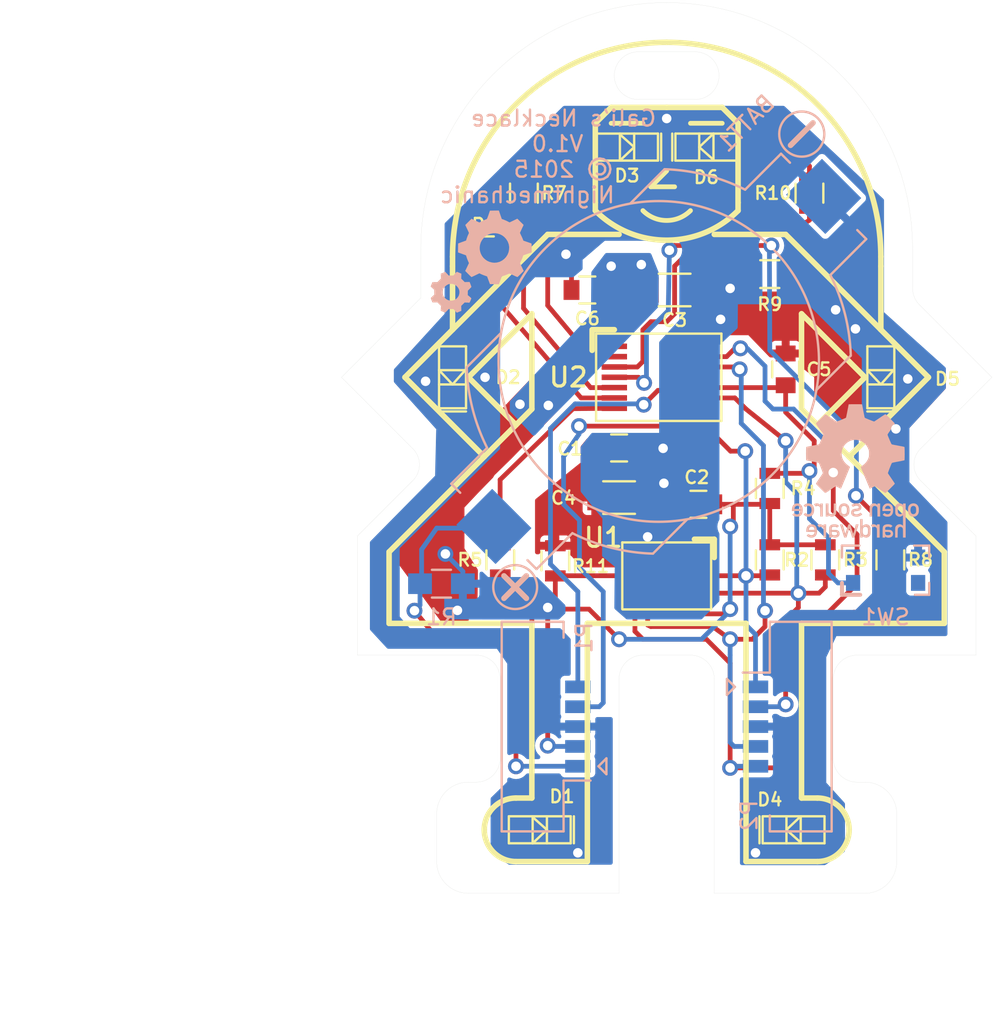
<source format=kicad_pcb>
(kicad_pcb (version 20221018) (generator pcbnew)
  (layers (0 "F.Cu" signal) (31 "B.Cu" signal) (34 "B.Paste" user) (35 "F.Paste" user) (36 "B.SilkS" user "B.Silkscreen") (37 "F.SilkS" user "F.Silkscreen") (38 "B.Mask" user) (39 "F.Mask" user) (44 "Edge.Cuts" user))
  (net 0 "")
  (net 1 "GND")
  (net 2 "+BATT")
  (net 3 "/SBWTDIO")
  (net 4 "Net-(D1-Pad1)")
  (net 5 "Net-(D2-Pad1)")
  (net 6 "Net-(D3-Pad1)")
  (net 7 "Net-(D4-Pad1)")
  (net 8 "Net-(D5-Pad1)")
  (net 9 "Net-(D6-Pad1)")
  (net 10 "/SBWTCK")
  (net 11 "/I2C_SCL")
  (net 12 "/I2C_SDA")
  (net 13 "/ACC_INT1")
  (net 14 "/ACC_INT2")
  (net 15 "Net-(SW1-Pad3)")
  (net 16 "Net-(U1-Pad10)")
  (net 17 "Net-(SW1-Pad2)")
  (net 18 "/ADC_VS")
  (net 19 "/V_BATT")
  (net 20 "/MCU_LED6")
  (net 21 "/MCU_LED5")
  (net 22 "/MCU_LED4")
  (net 23 "/MCU_LED3")
  (net 24 "/MCU_LED2")
  (net 25 "/MCU_LED1")
  (footprint "Capacitors_SMD:C_0805" (layer "F.Cu") (at 109.5 108.95)
    (fp_text reference "C1")
    (fp_text value "0.1nF" hide)
  )
  (footprint "Capacitors_SMD:C_0805" (layer "F.Cu") (at 114.5 112.5 180)
    (fp_text reference "C2")
    (fp_text value "0.1uF" hide)
  )
  (footprint "Capacitors_SMD:C_1206" (layer "F.Cu") (at 113 99)
    (fp_text reference "C3")
    (fp_text value "10uF Tant." hide)
  )
  (footprint "Capacitors_SMD:C_1206" (layer "F.Cu") (at 109.5 112.075)
    (fp_text reference "C4")
    (fp_text value "10uF Tant." hide)
  )
  (footprint "Capacitors_SMD:C_0805" (layer "F.Cu") (at 120 104 90)
    (fp_text reference "C5")
    (fp_text value "2.2nF" hide)
  )
  (footprint "Capacitors_SMD:C_0805" (layer "F.Cu") (at 107.5 99 180)
    (fp_text reference "C6")
    (fp_text value "0.1uF" hide)
  )
  (footprint "Nightmechanic_PCB:SMD_MiniLED" (layer "F.Cu") (at 104.5 133)
    (fp_text reference "D1")
    (fp_text value "LED" hide)
  )
  (footprint "Nightmechanic_PCB:SMD_MiniLED" (layer "F.Cu") (at 99 104.5 -90)
    (fp_text reference "D2")
    (fp_text value "LED" hide)
  )
  (footprint "Nightmechanic_PCB:SMD_MiniLED" (layer "F.Cu") (at 110 90)
    (fp_text reference "D3")
    (fp_text value "LED" hide)
  )
  (footprint "Nightmechanic_PCB:SMD_MiniLED" (layer "F.Cu") (at 120.5 133 180)
    (fp_text reference "D4")
    (fp_text value "LED" hide)
  )
  (footprint "Nightmechanic_PCB:SMD_MiniLED" (layer "F.Cu") (at 126 104.5 -90)
    (fp_text reference "D5")
    (fp_text value "LED" hide)
  )
  (footprint "Nightmechanic_PCB:SMD_MiniLED" (layer "F.Cu") (at 115 90 180)
    (fp_text reference "D6")
    (fp_text value "LED" hide)
  )
  (footprint "Resistors_SMD:R_0805" (layer "F.Cu") (at 119 116 -90)
    (fp_text reference "R2")
    (fp_text value "3.9k" hide)
  )
  (footprint "Resistors_SMD:R_0805" (layer "F.Cu") (at 122.5 116 -90)
    (fp_text reference "R3")
    (fp_text value "3.9k" hide)
  )
  (footprint "Resistors_SMD:R_0805" (layer "F.Cu") (at 119 111.5 90)
    (fp_text reference "R4")
    (fp_text value "47k" hide)
  )
  (footprint "Resistors_SMD:R_0805" (layer "F.Cu") (at 101 96.5 180)
    (fp_text reference "R6")
    (fp_text value "510" hide)
  )
  (footprint "Resistors_SMD:R_0805" (layer "F.Cu") (at 103.5 92.9 90)
    (fp_text reference "R7")
    (fp_text value "510" hide)
  )
  (footprint "Resistors_SMD:R_0805" (layer "F.Cu") (at 126.6 116 -90)
    (fp_text reference "R8")
    (fp_text value "510" hide)
  )
  (footprint "Resistors_SMD:R_0805" (layer "F.Cu") (at 119 98)
    (fp_text reference "R9")
    (fp_text value "510" hide)
  )
  (footprint "Resistors_SMD:R_0805" (layer "F.Cu") (at 121.5 92.9 90)
    (fp_text reference "R10")
    (fp_text value "510" hide)
  )
  (footprint "Resistors_SMD:R_0805" (layer "F.Cu") (at 105.48 116.06 -90)
    (fp_text reference "R11")
    (fp_text value "ZEROHM" hide)
  )
  (footprint "TI_PW14_TSSOP14" (layer "F.Cu") (at 112 104.5)
    (fp_text reference "U2")
    (fp_text value "MSP430G2452IPW14" hide)
  )
  (footprint "Nightmechanic_PCB:AD_LGA14" (layer "F.Cu") (at 112.5 117 -90)
    (fp_text reference "U1")
    (fp_text value "ADXL345" hide)
  )
  (footprint "Resistors_SMD:R_0805" (layer "F.Cu") (at 102.01 116 -90)
    (fp_text reference "R5")
    (fp_text value "510" hide)
  )
  (footprint "Nightmechanic_PCB:Connector_Molex_PicoBlade_53261-0571" (layer "B.Cu") (at 104 126.5 90)
    (fp_text reference "P1")
    (fp_text value "PICOBLADE_5_HDR_RA" hide)
  )
  (footprint "Connector_Molex_PicoBlade_53261-0571" (layer "B.Cu") (at 121 126.5 -90)
    (fp_text reference "P2")
    (fp_text value "PICOBLADE_5_HDR_RA" hide)
  )
  (footprint "Nightmechanic_PCB:CK_KMR2" (layer "B.Cu") (at 126.3 116.65)
    (fp_text reference "SW1")
    (fp_text value "CK_KMR2" hide)
  )
  (footprint "Nightmechanic_PCB:SMTU_2032" (layer "B.Cu") (at 112 103.5 45)
    (fp_text reference "BATT1")
    (fp_text value "CR2032_SMT_HOLDER_2pin" hide)
  )
  (footprint "Resistors_SMD:R_0805_HandSoldering" (layer "B.Cu") (at 98.3 117.5)
    (fp_text reference "R1")
    (fp_text value "ZEROHM" hide)
  )
  (footprint "Logos:Gears_F.SilkS_8mm" (layer "B.Cu") (at 100.8 97.2 -90)
    (fp_text reference "VAL" hide)
    (fp_text value "REF" hide)
  )
  (footprint "Logos:OSHW_F.SilkS_8mm" (layer "B.Cu") (at 124.4 110.4 180)
    (fp_text reference "VAL" hide)
    (fp_text value "REF" hide)
  )
  (gr_line (start 95 120) (end 95 115.5) (stroke (width 0.35)) (layer "F.SilkS"))
  (gr_arc (start 103 135) (mid 101.585786 134.414214) (end 101 133) (stroke (width 0.35)) (layer "F.SilkS"))
  (gr_line (start 130 120) (end 130 115.5) (stroke (width 0.35)) (layer "F.SilkS"))
  (gr_line (start 116 88.5) (end 114 88.5) (stroke (width 0.3)) (layer "F.SilkS"))
  (gr_line (start 99 96.9) (end 99 97.5) (stroke (width 0.35)) (layer "F.SilkS"))
  (gr_line (start 124 109.5) (end 129 104.5) (stroke (width 0.35)) (layer "F.SilkS"))
  (gr_line (start 104 106.5) (end 104 100.5) (stroke (width 0.35)) (layer "F.SilkS"))
  (gr_line (start 126 96.9) (end 126 97.5) (stroke (width 0.35)) (layer "F.SilkS"))
  (gr_line (start 130 115.5) (end 121 106.5) (stroke (width 0.35)) (layer "F.SilkS"))
  (gr_line (start 117 93.5) (end 117 94) (stroke (width 0.35)) (layer "F.SilkS"))
  (gr_line (start 120 95.5) (end 115.5 95.5) (stroke (width 0.35)) (layer "F.SilkS"))
  (gr_line (start 111.5 92.5) (end 113 92.5) (stroke (width 0.3)) (layer "F.SilkS"))
  (gr_arc (start 99 96.9) (mid 102.954058 87.354058) (end 112.5 83.4) (stroke (width 0.35)) (layer "F.SilkS"))
  (gr_line (start 103 131) (end 104 131) (stroke (width 0.35)) (layer "F.SilkS"))
  (gr_line (start 108 93.5) (end 108 94) (stroke (width 0.35)) (layer "F.SilkS"))
  (gr_line (start 117.5 135) (end 117.5 120) (stroke (width 0.35)) (layer "F.SilkS"))
  (gr_line (start 108 88.5) (end 108 93.5) (stroke (width 0.35)) (layer "F.SilkS"))
  (gr_line (start 125 104.5) (end 122 107.5) (stroke (width 0.35)) (layer "F.SilkS"))
  (gr_line (start 104 131) (end 104 120) (stroke (width 0.35)) (layer "F.SilkS"))
  (gr_line (start 105 95.5) (end 109.5 95.5) (stroke (width 0.35)) (layer "F.SilkS"))
  (gr_line (start 107.5 135) (end 103 135) (stroke (width 0.35)) (layer "F.SilkS"))
  (gr_line (start 129 104.5) (end 120 95.5) (stroke (width 0.35)) (layer "F.SilkS"))
  (gr_line (start 116 87.5) (end 117 88.5) (stroke (width 0.35)) (layer "F.SilkS"))
  (gr_line (start 101 109.5) (end 96 104.5) (stroke (width 0.35)) (layer "F.SilkS"))
  (gr_line (start 112.5 87.5) (end 109 87.5) (stroke (width 0.35)) (layer "F.SilkS"))
  (gr_line (start 117 88.5) (end 117 93.5) (stroke (width 0.35)) (layer "F.SilkS"))
  (gr_line (start 122 135) (end 117.5 135) (stroke (width 0.35)) (layer "F.SilkS"))
  (gr_line (start 121 120) (end 121 131) (stroke (width 0.35)) (layer "F.SilkS"))
  (gr_line (start 112.5 87.5) (end 116 87.5) (stroke (width 0.35)) (layer "F.SilkS"))
  (gr_line (start 121 100.5) (end 125 104.5) (stroke (width 0.35)) (layer "F.SilkS"))
  (gr_line (start 100 104.5) (end 103 107.5) (stroke (width 0.35)) (layer "F.SilkS"))
  (gr_line (start 104 120) (end 95 120) (stroke (width 0.35)) (layer "F.SilkS"))
  (gr_line (start 121 131) (end 122 131) (stroke (width 0.35)) (layer "F.SilkS"))
  (gr_line (start 96 104.5) (end 105 95.5) (stroke (width 0.35)) (layer "F.SilkS"))
  (gr_line (start 109 88.5) (end 111 88.5) (stroke (width 0.3)) (layer "F.SilkS"))
  (gr_line (start 99 101.5) (end 99 97.5) (stroke (width 0.35)) (layer "F.SilkS"))
  (gr_line (start 126 101.5) (end 126 97.5) (stroke (width 0.35)) (layer "F.SilkS"))
  (gr_line (start 95 115.5) (end 104 106.5) (stroke (width 0.35)) (layer "F.SilkS"))
  (gr_arc (start 101 133) (mid 101.585786 131.585786) (end 103 131) (stroke (width 0.35)) (layer "F.SilkS"))
  (gr_line (start 121 106.5) (end 121 100.5) (stroke (width 0.35)) (layer "F.SilkS"))
  (gr_line (start 117.5 120) (end 107.5 120) (stroke (width 0.35)) (layer "F.SilkS"))
  (gr_arc (start 124 133) (mid 123.414214 134.414214) (end 122 135) (stroke (width 0.35)) (layer "F.SilkS"))
  (gr_line (start 109 87.5) (end 108 88.5) (stroke (width 0.35)) (layer "F.SilkS"))
  (gr_arc (start 122 131) (mid 123.414214 131.585786) (end 124 133) (stroke (width 0.35)) (layer "F.SilkS"))
  (gr_arc (start 114 94) (mid 112.5 94.62132) (end 111 94) (stroke (width 0.3)) (layer "F.SilkS"))
  (gr_line (start 107.5 120) (end 107.5 135) (stroke (width 0.35)) (layer "F.SilkS"))
  (gr_arc (start 117 94) (mid 112.5 95.863961) (end 108 94) (stroke (width 0.35)) (layer "F.SilkS"))
  (gr_line (start 104 100.5) (end 100 104.5) (stroke (width 0.35)) (layer "F.SilkS"))
  (gr_arc (start 112.5 83.4) (mid 122.045942 87.354058) (end 126 96.9) (stroke (width 0.35)) (layer "F.SilkS"))
  (gr_line (start 130 120) (end 121 120) (stroke (width 0.35)) (layer "F.SilkS"))
  (gr_line (start 112.5 91.5) (end 111.5 92.5) (stroke (width 0.3)) (layer "F.SilkS"))
  (gr_line (start 128.43 99.93) (end 133 104.5) (stroke (width 0.01)) (layer "Edge.Cuts"))
  (gr_line (start 128 97) (end 128 98.88) (stroke (width 0.01)) (layer "Edge.Cuts"))
  (gr_line (start 97 97) (end 97 99.5) (stroke (width 0.01)) (layer "Edge.Cuts"))
  (gr_line (start 92 104.5) (end 97 99.5) (stroke (width 0.01)) (layer "Edge.Cuts"))
  (gr_arc (start 128.430124 99.931364) (mid 128.111689 99.447973) (end 128 98.88) (stroke (width 0.01)) (layer "Edge.Cuts"))
  (gr_arc (start 125 130) (mid 126.414214 130.585786) (end 127 132) (stroke (width 0.01)) (layer "Edge.Cuts"))
  (gr_line (start 127 135) (end 127 132) (stroke (width 0.01)) (layer "Edge.Cuts"))
  (gr_line (start 93 122) (end 93 115.5) (stroke (width 0.01)) (layer "Edge.Cuts"))
  (gr_line (start 97 96.9) (end 97 97) (stroke (width 0.01)) (layer "Edge.Cuts"))
  (gr_line (start 125 130) (end 124.5 130) (stroke (width 0.01)) (layer "Edge.Cuts"))
  (gr_arc (start 128.5 111) (mid 128.085786 110) (end 128.5 109) (stroke (width 0.01)) (layer "Edge.Cuts"))
  (gr_arc (start 115.8 85.5) (mid 115.36066 86.56066) (end 114.3 87) (stroke (width 0.01)) (layer "Edge.Cuts"))
  (gr_arc (start 96.5 109) (mid 96.914214 110) (end 96.5 111) (stroke (width 0.01)) (layer "Edge.Cuts"))
  (gr_line (start 114.3 84) (end 110.7 84) (stroke (width 0.01)) (layer "Edge.Cuts"))
  (gr_arc (start 109.5 123.5) (mid 109.93934 122.43934) (end 111 122) (stroke (width 0.01)) (layer "Edge.Cuts"))
  (gr_line (start 97 96.4) (end 97 96.9) (stroke (width 0.01)) (layer "Edge.Cuts"))
  (gr_arc (start 123 123.5) (mid 123.43934 122.43934) (end 124.5 122) (stroke (width 0.01)) (layer "Edge.Cuts"))
  (gr_line (start 102.5 137) (end 100 137) (stroke (width 0.01)) (layer "Edge.Cuts"))
  (gr_line (start 115.5 137) (end 125 137) (stroke (width 0.01)) (layer "Edge.Cuts"))
  (gr_arc (start 102 128.5) (mid 101.56066 129.56066) (end 100.5 130) (stroke (width 0.01)) (layer "Edge.Cuts"))
  (gr_arc (start 109.2 85.5) (mid 109.63934 84.43934) (end 110.7 84) (stroke (width 0.01)) (layer "Edge.Cuts"))
  (gr_line (start 128.5 111) (end 132 114.5) (stroke (width 0.01)) (layer "Edge.Cuts"))
  (gr_line (start 93 114.5) (end 93 115.5) (stroke (width 0.01)) (layer "Edge.Cuts"))
  (gr_arc (start 124.5 130) (mid 123.43934 129.56066) (end 123 128.5) (stroke (width 0.01)) (layer "Edge.Cuts"))
  (gr_line (start 100.5 122) (end 93 122) (stroke (width 0.01)) (layer "Edge.Cuts"))
  (gr_arc (start 100 137) (mid 98.585786 136.414214) (end 98 135) (stroke (width 0.01)) (layer "Edge.Cuts"))
  (gr_line (start 111 122) (end 114 122) (stroke (width 0.01)) (layer "Edge.Cuts"))
  (gr_line (start 96.5 109) (end 92 104.5) (stroke (width 0.01)) (layer "Edge.Cuts"))
  (gr_line (start 102 128.5) (end 102 123.5) (stroke (width 0.01)) (layer "Edge.Cuts"))
  (gr_arc (start 110.7 87) (mid 109.63934 86.56066) (end 109.2 85.5) (stroke (width 0.01)) (layer "Edge.Cuts"))
  (gr_arc (start 100.5 122) (mid 101.56066 122.43934) (end 102 123.5) (stroke (width 0.01)) (layer "Edge.Cuts"))
  (gr_arc (start 114 122) (mid 115.06066 122.43934) (end 115.5 123.5) (stroke (width 0.01)) (layer "Edge.Cuts"))
  (gr_arc (start 112.5 80.9) (mid 123.460155 85.439845) (end 128 96.4) (stroke (width 0.01)) (layer "Edge.Cuts"))
  (gr_line (start 128.5 109) (end 133 104.5) (stroke (width 0.01)) (layer "Edge.Cuts"))
  (gr_arc (start 127 135) (mid 126.414214 136.414214) (end 125 137) (stroke (width 0.01)) (layer "Edge.Cuts"))
  (gr_line (start 123 128.5) (end 123 123.5) (stroke (width 0.01)) (layer "Edge.Cuts"))
  (gr_line (start 109.5 123.5) (end 109.5 137) (stroke (width 0.01)) (layer "Edge.Cuts"))
  (gr_arc (start 98 132) (mid 98.585786 130.585786) (end 100 130) (stroke (width 0.01)) (layer "Edge.Cuts"))
  (gr_line (start 115.5 123.5) (end 115.5 137) (stroke (width 0.01)) (layer "Edge.Cuts"))
  (gr_line (start 100.5 130) (end 100 130) (stroke (width 0.01)) (layer "Edge.Cuts"))
  (gr_line (start 98 132) (end 98 135) (stroke (width 0.01)) (layer "Edge.Cuts"))
  (gr_line (start 132 122) (end 124.5 122) (stroke (width 0.01)) (layer "Edge.Cuts"))
  (gr_line (start 109.5 137) (end 102.5 137) (stroke (width 0.01)) (layer "Edge.Cuts"))
  (gr_line (start 128 96.4) (end 128 97) (stroke (width 0.01)) (layer "Edge.Cuts"))
  (gr_line (start 114.3 87) (end 110.7 87) (stroke (width 0.01)) (layer "Edge.Cuts"))
  (gr_line (start 96.5 111) (end 93 114.5) (stroke (width 0.01)) (layer "Edge.Cuts"))
  (gr_arc (start 97 96.4) (mid 101.539845 85.439845) (end 112.5 80.9) (stroke (width 0.01)) (layer "Edge.Cuts"))
  (gr_line (start 132 114.5) (end 132 122) (stroke (width 0.01)) (layer "Edge.Cuts"))
  (gr_arc (start 114.3 84) (mid 115.36066 84.43934) (end 115.8 85.5) (stroke (width 0.01)) (layer "Edge.Cuts"))
  (gr_text "Gali's Necklace\n V1.0\n© 2015\n      Nightmechanic" (at 106 90.6) (layer "B.SilkS") (effects (font (size 1 1)) (justify mirror)))
  (segment (start 110.5 110.5) (end 111 111) (width 0.3) (layer "F.Cu") (net 1))
  (segment (start 111 111) (end 111 112.075) (width 0.3) (layer "F.Cu") (net 1))
  (segment (start 114.8 99.3) (end 114.5 99) (width 0.3) (layer "F.Cu") (net 1))
  (segment (start 113.7 114.2) (end 113.5 114) (width 0.3) (layer "F.Cu") (net 1))
  (segment (start 113.5 114) (end 113.5 112.5) (width 0.3) (layer "F.Cu") (net 1))
  (segment (start 112.9 117) (end 112 117) (width 0.3) (layer "F.Cu") (net 1))
  (segment (start 112 117) (end 111.7 117) (width 0.3) (layer "F.Cu") (net 1))
  (segment (start 111.7 117) (end 111.7 115.9025) (width 0.3) (layer "F.Cu") (net 1))
  (segment (start 111.7 115.9025) (end 111.7 116) (width 0.3) (layer "F.Cu") (net 1))
  (segment (start 111.7 116) (end 111.7 115.9025) (width 0.3) (layer "F.Cu") (net 1))
  (segment (start 111.7 115.9025) (end 112.1 115.9025) (width 0.3) (layer "F.Cu") (net 1))
  (segment (start 112.5 90) (end 113.8 90) (width 0.3) (layer "F.Cu") (net 1))
  (segment (start 116.4 99) (end 116.5 98.9) (width 0.3) (layer "F.Cu") (net 1))
  (segment (start 127 105.7) (end 127.7 105) (width 0.3) (layer "F.Cu") (net 1))
  (segment (start 127.7 105) (end 127.7 104.6) (width 0.3) (layer "F.Cu") (net 1))
  (segment (start 120 101.8) (end 121.55 100.25) (width 0.3) (layer "F.Cu") (net 1))
  (segment (start 121.55 100.25) (end 123.15 100.25) (width 0.3) (layer "F.Cu") (net 1))
  (segment (start 106.5 97.1) (end 106.15 96.75) (width 0.3) (layer "F.Cu") (net 1))
  (segment (start 97.9 105.7) (end 97.3 105.1) (width 0.3) (layer "F.Cu") (net 1))
  (segment (start 97.3 105.1) (end 97.3 104.75) (width 0.3) (layer "F.Cu") (net 1))
  (segment (start 126 106.8) (end 126.95 107.75) (width 0.3) (layer "F.Cu") (net 1))
  (segment (start 119.3 134.1) (end 118.95 134.45) (width 0.3) (layer "F.Cu") (net 1))
  (segment (start 118.95 134.45) (end 118.1 134.45) (width 0.3) (layer "F.Cu") (net 1))
  (segment (start 105.7 134.1) (end 106.05 134.45) (width 0.3) (layer "F.Cu") (net 1))
  (segment (start 106.9 134.45) (end 106.05 134.45) (width 0.3) (layer "F.Cu") (net 1))
  (segment (start 112.325 111.175) (end 112.35 111.2) (width 0.3) (layer "F.Cu") (net 1))
  (segment (start 112.35 111.2) (end 113.6 111.275) (width 0.3) (layer "F.Cu") (net 1))
  (segment (start 113.6 111.275) (end 113.5 111.2) (width 0.3) (layer "F.Cu") (net 1))
  (segment (start 113.5 111.2) (end 113.5 112.5) (width 0.3) (layer "F.Cu") (net 1))
  (segment (start 112.25 108.95) (end 112.275 108.975) (width 0.3) (layer "F.Cu") (net 1))
  (segment (start 99.025 105.725) (end 99 105.7) (width 0.3) (layer "F.Cu") (net 1))
  (segment (start 99.85 105.7) (end 101.05 104.5) (width 0.3) (layer "F.Cu") (net 1))
  (segment (start 114.8 100.825) (end 114.8 99.3) (width 0.3) (layer "F.Cu") (net 1))
  (segment (start 115.875 100.825) (end 115.9 100.85) (width 0.3) (layer "F.Cu") (net 1))
  (segment (start 105.7 134.1) (end 105.7 133) (width 0.3) (layer "F.Cu") (net 1))
  (segment (start 120 103) (end 120 101.8) (width 0.3) (layer "F.Cu") (net 1))
  (segment (start 113.7 115.9025) (end 113.7 114.2) (width 0.3) (layer "F.Cu") (net 1))
  (segment (start 99 105.7) (end 97.9 105.7) (width 0.3) (layer "F.Cu") (net 1))
  (segment (start 111.3 115.9025) (end 111.7 115.9025) (width 0.3) (layer "F.Cu") (net 1))
  (segment (start 111.3 115.9025) (end 111.3 114.55) (width 0.3) (layer "F.Cu") (net 1))
  (segment (start 112.5 90) (end 112.5 88.2) (width 0.3) (layer "F.Cu") (net 1))
  (segment (start 110.5 108.95) (end 110.5 110.5) (width 0.3) (layer "F.Cu") (net 1))
  (segment (start 119.3 133) (end 119.3 134.1) (width 0.3) (layer "F.Cu") (net 1))
  (segment (start 112.9 118.0975) (end 112.9 117) (width 0.3) (layer "F.Cu") (net 1))
  (segment (start 114.8 100.825) (end 115.875 100.825) (width 0.3) (layer "F.Cu") (net 1))
  (segment (start 99 105.7) (end 99.85 105.7) (width 0.3) (layer "F.Cu") (net 1))
  (segment (start 114.8 102.55) (end 114.8 100.825) (width 0.3) (layer "F.Cu") (net 1))
  (segment (start 114.5 99) (end 116.4 99) (width 0.3) (layer "F.Cu") (net 1))
  (segment (start 111.2 90) (end 112.5 90) (width 0.3) (layer "F.Cu") (net 1))
  (segment (start 126 105.7) (end 126 106.8) (width 0.3) (layer "F.Cu") (net 1))
  (segment (start 110.5 108.95) (end 112.25 108.95) (width 0.3) (layer "F.Cu") (net 1))
  (segment (start 126 105.7) (end 127 105.7) (width 0.3) (layer "F.Cu") (net 1))
  (segment (start 106.5 99) (end 106.5 97.1) (width 0.3) (layer "F.Cu") (net 1))
  (via (at 126.95 107.75) (size 1) (drill 0.6) (layers "F.Cu" "B.Cu") (net 1))
  (via (at 116.5 98.9) (size 1) (drill 0.6) (layers "F.Cu" "B.Cu") (net 1))
  (via (at 124.4 101.45) (size 1) (drill 0.6) (layers "F.Cu" "B.Cu") (net 1))
  (via (at 112.275 108.975) (size 1) (drill 0.6) (layers "F.Cu" "B.Cu") (net 1))
  (via (at 112.5 88.2) (size 1) (drill 0.6) (layers "F.Cu" "B.Cu") (net 1))
  (via (at 97.3 104.75) (size 1) (drill 0.6) (layers "F.Cu" "B.Cu") (net 1))
  (via (at 118.1 134.45) (size 1) (drill 0.6) (layers "F.Cu" "B.Cu") (net 1))
  (via (at 106.9 134.45) (size 1) (drill 0.6) (layers "F.Cu" "B.Cu") (net 1))
  (via (at 111.3 114.55) (size 1) (drill 0.6) (layers "F.Cu" "B.Cu") (net 1))
  (via (at 127.7 104.6) (size 1) (drill 0.6) (layers "F.Cu" "B.Cu") (net 1))
  (via (at 123.15 100.25) (size 1) (drill 0.6) (layers "F.Cu" "B.Cu") (net 1))
  (via (at 101.05 104.5) (size 1) (drill 0.6) (layers "F.Cu" "B.Cu") (net 1))
  (via (at 106.15 96.75) (size 1) (drill 0.6) (layers "F.Cu" "B.Cu") (net 1))
  (via (at 115.9 100.85) (size 1) (drill 0.6) (layers "F.Cu" "B.Cu") (net 1))
  (via (at 112.325 111.175) (size 1) (drill 0.6) (layers "F.Cu" "B.Cu") (net 1))
  (segment (start 111.3 114.55) (end 112.325 113.525) (width 0.3) (layer "B.Cu") (net 1))
  (segment (start 112.325 113.525) (end 112.325 111.175) (width 0.3) (layer "B.Cu") (net 1))
  (segment (start 123.2 100.25) (end 124.4 101.45) (width 0.3) (layer "B.Cu") (net 1))
  (segment (start 123.15 100.25) (end 123.2 100.25) (width 0.3) (layer "B.Cu") (net 1))
  (segment (start 105 127.7) (end 105 119) (width 0.3) (layer "F.Cu") (net 2))
  (segment (start 105 119) (end 105.478015 118.577753) (width 0.3) (layer "F.Cu") (net 2))
  (segment (start 105.478015 118.577753) (end 105.48 117.01) (width 0.3) (layer "F.Cu") (net 2))
  (segment (start 109.2 99.7) (end 108.5 99) (width 0.3) (layer "F.Cu") (net 2))
  (segment (start 110 99) (end 109.5 99.5) (width 0.3) (layer "F.Cu") (net 2))
  (segment (start 109 99.5) (end 108.5 99) (width 0.3) (layer "F.Cu") (net 2))
  (segment (start 118.95 112.5) (end 119 112.55) (width 0.3) (layer "F.Cu") (net 2))
  (segment (start 119 112.55) (end 119 115.05) (width 0.3) (layer "F.Cu") (net 2))
  (segment (start 114.5 114.5) (end 115.5 113.5) (width 0.3) (layer "F.Cu") (net 2))
  (segment (start 115.5 113.5) (end 115.5 112.5) (width 0.3) (layer "F.Cu") (net 2))
  (segment (start 113.7 119.3) (end 113.799998 119.399998) (width 0.3) (layer "F.Cu") (net 2))
  (segment (start 113.799998 119.399998) (end 116.200002 119.399998) (width 0.3) (layer "F.Cu") (net 2))
  (segment (start 116.200002 119.399998) (end 116.5 119.1) (width 0.3) (layer "F.Cu") (net 2))
  (segment (start 116.5 113.9) (end 116.7 113.7) (width 0.3) (layer "F.Cu") (net 2))
  (segment (start 116.7 113.7) (end 116.7 112.5) (width 0.3) (layer "F.Cu") (net 2))
  (segment (start 116.7 112.5) (end 118.95 112.5) (width 0.3) (layer "F.Cu") (net 2))
  (segment (start 109.5 121) (end 107.6 119.1) (width 0.3) (layer "F.Cu") (net 2))
  (segment (start 107.6 119.1) (end 105.1 119.1) (width 0.3) (layer "F.Cu") (net 2))
  (segment (start 105.1 119.1) (end 105 119) (width 0.3) (layer "F.Cu") (net 2))
  (segment (start 108.5 98) (end 109 97.5) (width 0.3) (layer "F.Cu") (net 2))
  (segment (start 111.5 98) (end 110.9 97.4) (width 0.3) (layer "F.Cu") (net 2))
  (segment (start 98.55 115.625) (end 98.3 115.875) (width 0.3) (layer "F.Cu") (net 2))
  (segment (start 98.3 115.875) (end 98.305 115.875) (width 0.3) (layer "F.Cu") (net 2))
  (segment (start 98.305 115.875) (end 98.58 115.6) (width 0.3) (layer "F.Cu") (net 2))
  (segment (start 103.25 106.2) (end 103.32 106.27) (width 0.3) (layer "F.Cu") (net 2))
  (segment (start 103.32 106.27) (end 105.04 106.27) (width 0.3) (layer "F.Cu") (net 2))
  (segment (start 105.49 117) (end 105.48 117.01) (width 0.3) (layer "F.Cu") (net 2))
  (segment (start 110 99) (end 111.5 99) (width 0.3) (layer "F.Cu") (net 2))
  (segment (start 115.5 112.5) (end 116.7 112.5) (width 0.3) (layer "F.Cu") (net 2))
  (segment (start 114.5 115.9025) (end 114.5 114.5) (width 0.3) (layer "F.Cu") (net 2))
  (segment (start 109.2 102.55) (end 109.2 99.7) (width 0.3) (layer "F.Cu") (net 2))
  (segment (start 122.5 115.05) (end 119 115.05) (width 0.3) (layer "F.Cu") (net 2))
  (segment (start 110.4 117) (end 105.49 117) (width 0.3) (layer "F.Cu") (net 2))
  (segment (start 109 99.5) (end 109.5 99.5) (width 0.3) (layer "F.Cu") (net 2))
  (segment (start 113.7 118.0975) (end 113.7 119.3) (width 0.3) (layer "F.Cu") (net 2))
  (segment (start 111.5 99) (end 111.5 98) (width 0.3) (layer "F.Cu") (net 2))
  (segment (start 108.5 99) (end 108.5 98) (width 0.3) (layer "F.Cu") (net 2))
  (via (at 116.5 113.9) (size 1) (drill 0.6) (layers "F.Cu" "B.Cu") (net 2))
  (via (at 105 127.7) (size 1) (drill 0.6) (layers "F.Cu" "B.Cu") (net 2))
  (via (at 105 119) (size 1) (drill 0.6) (layers "F.Cu" "B.Cu") (net 2))
  (via (at 110.9 97.4) (size 1) (drill 0.6) (layers "F.Cu" "B.Cu") (net 2))
  (via (at 105.04 106.27) (size 1) (drill 0.6) (layers "F.Cu" "B.Cu") (net 2))
  (via (at 109.5 121) (size 1) (drill 0.6) (layers "F.Cu" "B.Cu") (net 2))
  (via (at 103.25 106.2) (size 1) (drill 0.6) (layers "F.Cu" "B.Cu") (net 2))
  (via (at 98.55 115.625) (size 1) (drill 0.6) (layers "F.Cu" "B.Cu") (net 2))
  (via (at 99.31 119.18) (size 1) (drill 0.6) (layers "F.Cu" "B.Cu") (net 2))
  (via (at 109 97.5) (size 1) (drill 0.6) (layers "F.Cu" "B.Cu") (net 2))
  (via (at 116.5 119.1) (size 1) (drill 0.6) (layers "F.Cu" "B.Cu") (net 2))
  (segment (start 105.25 127.95) (end 105 127.7) (width 0.3) (layer "B.Cu") (net 2))
  (segment (start 104 117.5) (end 105 118.5) (width 0.3) (layer "B.Cu") (net 2))
  (segment (start 105 118.5) (end 105 119) (width 0.3) (layer "B.Cu") (net 2))
  (segment (start 105.05 127.75) (end 105 127.7) (width 0.3) (layer "B.Cu") (net 2))
  (segment (start 116.5 119.1) (end 116.5 113.9) (width 0.3) (layer "B.Cu") (net 2))
  (segment (start 116.5 119.2) (end 114.7 121) (width 0.3) (layer "B.Cu") (net 2))
  (segment (start 114.7 121) (end 109.5 121) (width 0.3) (layer "B.Cu") (net 2))
  (segment (start 99.65 116.725) (end 98.55 115.625) (width 0.3) (layer "B.Cu") (net 2))
  (segment (start 99.65 118.84) (end 99.31 119.18) (width 0.3) (layer "B.Cu") (net 2))
  (segment (start 109 100.2) (end 103.25 105.95) (width 0.3) (layer "B.Cu") (net 2))
  (segment (start 103.25 105.95) (end 103.25 106.2) (width 0.3) (layer "B.Cu") (net 2))
  (segment (start 99.65 117.5) (end 99.65 116.725) (width 0.3) (layer "B.Cu") (net 2))
  (segment (start 99.35 117.5) (end 104 117.5) (width 0.3) (layer "B.Cu") (net 2))
  (segment (start 109 97.5) (end 109 100.2) (width 0.3) (layer "B.Cu") (net 2))
  (segment (start 99.65 117.5) (end 99.65 118.84) (width 0.3) (layer "B.Cu") (net 2))
  (segment (start 106.9 127.75) (end 105.05 127.75) (width 0.3) (layer "B.Cu") (net 2))
  (segment (start 116.5 119.1) (end 116.5 119.2) (width 0.3) (layer "B.Cu") (net 2))
  (segment (start 106.975 107.575) (end 112.475 107.575) (width 0.3) (layer "F.Cu") (net 3))
  (segment (start 112.475 107.575) (end 113 107) (width 0.3) (layer "F.Cu") (net 3))
  (segment (start 113 107) (end 113 106) (width 0.3) (layer "F.Cu") (net 3))
  (segment (start 113 106) (end 113.5 105.15) (width 0.3) (layer "F.Cu") (net 3))
  (segment (start 113.5 105.15) (end 114.8 105.15) (width 0.3) (layer "F.Cu") (net 3))
  (segment (start 119.85 105.15) (end 120 105) (width 0.3) (layer "F.Cu") (net 3))
  (segment (start 113 107) (end 113 107) (width 0.3) (layer "F.Cu") (net 3))
  (segment (start 121.45 110.55) (end 121.5 110.5) (width 0.3) (layer "F.Cu") (net 3))
  (segment (start 121.8 110.2) (end 121.8 108.5) (width 0.3) (layer "F.Cu") (net 3))
  (segment (start 121.8 108.5) (end 120 106.7) (width 0.3) (layer "F.Cu") (net 3))
  (segment (start 120 106.7) (end 120 105) (width 0.3) (layer "F.Cu") (net 3))
  (segment (start 121.5 110.4) (end 121.55 110.45) (width 0.3) (layer "F.Cu") (net 3))
  (segment (start 121.55 110.45) (end 121.5 110.4) (width 0.3) (layer "F.Cu") (net 3))
  (segment (start 121.5 110.4) (end 121.5 110.5) (width 0.3) (layer "F.Cu") (net 3))
  (segment (start 121.5 110.5) (end 121.8 110.2) (width 0.3) (layer "F.Cu") (net 3))
  (segment (start 114.8 105.15) (end 119.85 105.15) (width 0.3) (layer "F.Cu") (net 3))
  (segment (start 119 110.55) (end 121.45 110.55) (width 0.3) (layer "F.Cu") (net 3))
  (via (at 106.975 107.575) (size 1) (drill 0.6) (layers "F.Cu" "B.Cu") (net 3))
  (via (at 121.5 110.4) (size 1) (drill 0.6) (layers "F.Cu" "B.Cu") (net 3))
  (segment (start 108.25 125.25) (end 108.5 125) (width 0.3) (layer "B.Cu") (net 3))
  (segment (start 108.5 125) (end 108.5 118) (width 0.3) (layer "B.Cu") (net 3))
  (segment (start 108.5 118) (end 107 116.5) (width 0.3) (layer "B.Cu") (net 3))
  (segment (start 107 116.5) (end 107 113.5) (width 0.3) (layer "B.Cu") (net 3))
  (segment (start 107 113.5) (end 106 112.5) (width 0.3) (layer "B.Cu") (net 3))
  (segment (start 106 112.5) (end 106 109.5) (width 0.3) (layer "B.Cu") (net 3))
  (segment (start 106 109.5) (end 106.975 108.075) (width 0.3) (layer "B.Cu") (net 3))
  (segment (start 106.975 108.075) (end 106.975 107.575) (width 0.3) (layer "B.Cu") (net 3))
  (segment (start 121.79 113.69) (end 121.5 113.4) (width 0.3) (layer "B.Cu") (net 3))
  (segment (start 121.5 113.4) (end 121.5 110.4) (width 0.3) (layer "B.Cu") (net 3))
  (segment (start 123.3 117.45) (end 122.7 116.85) (width 0.3) (layer "B.Cu") (net 3))
  (segment (start 122.7 116.85) (end 122.7 114.6) (width 0.3) (layer "B.Cu") (net 3))
  (segment (start 122.7 114.6) (end 121.79 113.69) (width 0.3) (layer "B.Cu") (net 3))
  (segment (start 106.9 125.25) (end 108.25 125.25) (width 0.3) (layer "B.Cu") (net 3))
  (segment (start 124.25 117.45) (end 123.3 117.45) (width 0.3) (layer "B.Cu") (net 3))
  (segment (start 103.3 131.2) (end 104 130.5) (width 0.3) (layer "F.Cu") (net 4))
  (segment (start 104 130.5) (end 104 121.025) (width 0.3) (layer "F.Cu") (net 4))
  (segment (start 104 121.025) (end 104 121) (width 0.3) (layer "F.Cu") (net 4))
  (segment (start 104 119.15) (end 103.455 118.555) (width 0.3) (layer "F.Cu") (net 4))
  (segment (start 103.455 118.555) (end 102.755 118.555) (width 0.3) (layer "F.Cu") (net 4))
  (segment (start 102.265 118.555) (end 102 118.29) (width 0.3) (layer "F.Cu") (net 4))
  (segment (start 102 118.29) (end 102.01 116.95) (width 0.3) (layer "F.Cu") (net 4))
  (segment (start 104 121.025) (end 104 119.15) (width 0.3) (layer "F.Cu") (net 4))
  (segment (start 103.3 133) (end 103.3 131.2) (width 0.3) (layer "F.Cu") (net 4))
  (segment (start 102.755 118.555) (end 102.265 118.555) (width 0.3) (layer "F.Cu") (net 4))
  (segment (start 100.05 100.45) (end 99 101.5) (width 0.3) (layer "F.Cu") (net 5))
  (segment (start 99 101.5) (end 99 103.3) (width 0.3) (layer "F.Cu") (net 5))
  (segment (start 100.05 96.5) (end 100.05 100.45) (width 0.3) (layer "F.Cu") (net 5))
  (segment (start 104.6 90) (end 103.5 91.1) (width 0.3) (layer "F.Cu") (net 6))
  (segment (start 103.5 91.1) (end 103.5 91.95) (width 0.3) (layer "F.Cu") (net 6))
  (segment (start 108.8 90) (end 104.6 90) (width 0.3) (layer "F.Cu") (net 6))
  (segment (start 121.7 129.6) (end 122 129.3) (width 0.3) (layer "F.Cu") (net 7))
  (segment (start 122 129.3) (end 122 121.6) (width 0.3) (layer "F.Cu") (net 7))
  (segment (start 122 121.6) (end 124.3 119.3) (width 0.3) (layer "F.Cu") (net 7))
  (segment (start 124.3 119.3) (end 125.8 119.3) (width 0.3) (layer "F.Cu") (net 7))
  (segment (start 125.8 119.3) (end 126.6 118.5) (width 0.3) (layer "F.Cu") (net 7))
  (segment (start 126.6 118.5) (end 126.6 116.95) (width 0.3) (layer "F.Cu") (net 7))
  (segment (start 121.7 133) (end 121.7 129.6) (width 0.3) (layer "F.Cu") (net 7))
  (segment (start 122.6 98) (end 126 101.4) (width 0.3) (layer "F.Cu") (net 8))
  (segment (start 126 101.4) (end 126 103.3) (width 0.3) (layer "F.Cu") (net 8))
  (segment (start 119.95 98) (end 122.6 98) (width 0.3) (layer "F.Cu") (net 8))
  (segment (start 121.5 91.2) (end 120.3 90) (width 0.3) (layer "F.Cu") (net 9))
  (segment (start 120.3 90) (end 116.2 90) (width 0.3) (layer "F.Cu") (net 9))
  (segment (start 121.5 91.95) (end 121.5 91.2) (width 0.3) (layer "F.Cu") (net 9))
  (segment (start 112.975 104.5) (end 112.15 105.325) (width 0.3) (layer "F.Cu") (net 10))
  (segment (start 112.15 105.325) (end 111.95 105.325) (width 0.3) (layer "F.Cu") (net 10))
  (segment (start 111.95 105.325) (end 111.05 106.225) (width 0.3) (layer "F.Cu") (net 10))
  (segment (start 114.8 104.5) (end 112.975 104.5) (width 0.3) (layer "F.Cu") (net 10))
  (via (at 111.05 106.225) (size 1) (drill 0.6) (layers "F.Cu" "B.Cu") (net 10))
  (segment (start 111.05 106.225) (end 111 106.175) (width 0.3) (layer "B.Cu") (net 10))
  (segment (start 111 106.175) (end 106.725 106.175) (width 0.3) (layer "B.Cu") (net 10))
  (segment (start 106.725 106.175) (end 105.175 107.725) (width 0.3) (layer "B.Cu") (net 10))
  (segment (start 105.175 107.725) (end 105.175 116.275) (width 0.3) (layer "B.Cu") (net 10))
  (segment (start 105.175 116.275) (end 106.9 118) (width 0.3) (layer "B.Cu") (net 10))
  (segment (start 106.9 118) (end 106.9 124) (width 0.3) (layer "B.Cu") (net 10))
  (segment (start 118.95 117) (end 119 116.95) (width 0.3) (layer "F.Cu") (net 11))
  (segment (start 117.5 117) (end 118.95 117) (width 0.3) (layer "F.Cu") (net 11))
  (segment (start 114.8 107.425) (end 116.525 109.15) (width 0.3) (layer "F.Cu") (net 11))
  (segment (start 116.525 109.15) (end 117.45 109.15) (width 0.3) (layer "F.Cu") (net 11))
  (segment (start 114.8 106.45) (end 114.8 107.425) (width 0.3) (layer "F.Cu") (net 11))
  (segment (start 114.6 117) (end 117.5 117) (width 0.3) (layer "F.Cu") (net 11))
  (via (at 117.45 109.15) (size 1) (drill 0.6) (layers "F.Cu" "B.Cu") (net 11))
  (via (at 117.5 117) (size 1) (drill 0.6) (layers "F.Cu" "B.Cu") (net 11))
  (segment (start 117.5 118.0975) (end 117.5 117) (width 0.3) (layer "B.Cu") (net 11))
  (segment (start 118.1 120.7) (end 117.5 120.1) (width 0.3) (layer "B.Cu") (net 11))
  (segment (start 117.5 120.1) (end 117.5 118.0975) (width 0.3) (layer "B.Cu") (net 11))
  (segment (start 117.45 109.15) (end 117.5 109.2) (width 0.3) (layer "B.Cu") (net 11))
  (segment (start 117.5 109.2) (end 117.5 112) (width 0.3) (layer "B.Cu") (net 11))
  (segment (start 118.1 124) (end 118.1 120.7) (width 0.3) (layer "B.Cu") (net 11))
  (segment (start 117.5 112) (end 117.5 117) (width 0.3) (layer "B.Cu") (net 11))
  (segment (start 120 108.5) (end 117.5 106.5) (width 0.3) (layer "F.Cu") (net 12))
  (segment (start 117.5 106.5) (end 116.8 105.8) (width 0.3) (layer "F.Cu") (net 12))
  (segment (start 114.8 105.8) (end 116.8 105.8) (width 0.3) (layer "F.Cu") (net 12))
  (segment (start 122.1025 118.0975) (end 122.5 117.7) (width 0.3) (layer "F.Cu") (net 12))
  (segment (start 122.5 117.7) (end 122.5 116.95) (width 0.3) (layer "F.Cu") (net 12))
  (segment (start 120 119.8) (end 120.8 119) (width 0.3) (layer "F.Cu") (net 12))
  (segment (start 120.8 119) (end 120.8 118.1) (width 0.3) (layer "F.Cu") (net 12))
  (segment (start 120.8 118.0975) (end 122.1025 118.0975) (width 0.3) (layer "F.Cu") (net 12))
  (segment (start 120.8 118.1) (end 120.8 118.0975) (width 0.3) (layer "F.Cu") (net 12))
  (segment (start 114.5 118.0975) (end 120.8 118.0975) (width 0.3) (layer "F.Cu") (net 12))
  (segment (start 120 125.1) (end 120 119.8) (width 0.3) (layer "F.Cu") (net 12))
  (via (at 120.8 118.1) (size 1) (drill 0.6) (layers "F.Cu" "B.Cu") (net 12))
  (via (at 120 125.1) (size 1) (drill 0.6) (layers "F.Cu" "B.Cu") (net 12))
  (via (at 120 108.5) (size 1) (drill 0.6) (layers "F.Cu" "B.Cu") (net 12))
  (segment (start 119.75 125.35) (end 120 125.1) (width 0.3) (layer "B.Cu") (net 12))
  (segment (start 120 110.5) (end 120 108.5) (width 0.3) (layer "B.Cu") (net 12))
  (segment (start 119.85 125.25) (end 120 125.1) (width 0.3) (layer "B.Cu") (net 12))
  (segment (start 120.7 118) (end 120.8 118.1) (width 0.3) (layer "B.Cu") (net 12))
  (segment (start 120.7 118) (end 120.7 111.8) (width 0.3) (layer "B.Cu") (net 12))
  (segment (start 120.7 111.8) (end 120 111.1) (width 0.3) (layer "B.Cu") (net 12))
  (segment (start 120 111.1) (end 120 110.5) (width 0.3) (layer "B.Cu") (net 12))
  (segment (start 118.1 125.25) (end 119.85 125.25) (width 0.3) (layer "B.Cu") (net 12))
  (segment (start 116.5 129.1) (end 116.5 122.5) (width 0.3) (layer "F.Cu") (net 13))
  (segment (start 116.5 122.5) (end 115 121) (width 0.3) (layer "F.Cu") (net 13))
  (segment (start 115 121) (end 111 121) (width 0.3) (layer "F.Cu") (net 13))
  (segment (start 111 121) (end 110.5 120.5) (width 0.3) (layer "F.Cu") (net 13))
  (segment (start 110.5 120.5) (end 110.5 118.0975) (width 0.3) (layer "F.Cu") (net 13))
  (segment (start 123 112.9) (end 124.5 114.4) (width 0.3) (layer "F.Cu") (net 13))
  (segment (start 124.5 114.4) (end 124.5 117.5) (width 0.3) (layer "F.Cu") (net 13))
  (segment (start 124.5 117.5) (end 121.1 120.9) (width 0.3) (layer "F.Cu") (net 13))
  (segment (start 121.1 120.9) (end 121.1 126.4) (width 0.3) (layer "F.Cu") (net 13))
  (segment (start 120.2 129.1) (end 121.1 128.2) (width 0.3) (layer "F.Cu") (net 13))
  (segment (start 121.1 128.2) (end 121.1 126.4) (width 0.3) (layer "F.Cu") (net 13))
  (segment (start 116.275 103.2) (end 116.8 102.675) (width 0.3) (layer "F.Cu") (net 13))
  (segment (start 116.8 102.675) (end 117.15 102.675) (width 0.3) (layer "F.Cu") (net 13))
  (segment (start 123 110.5) (end 123 112.9) (width 0.3) (layer "F.Cu") (net 13))
  (segment (start 114.8 103.2) (end 116.275 103.2) (width 0.3) (layer "F.Cu") (net 13))
  (segment (start 120.2 129.1) (end 116.5 129.1) (width 0.3) (layer "F.Cu") (net 13))
  (via (at 117.15 102.675) (size 1) (drill 0.6) (layers "F.Cu" "B.Cu") (net 13))
  (via (at 123 110.5) (size 1) (drill 0.6) (layers "F.Cu" "B.Cu") (net 13))
  (via (at 116.5 129.1) (size 1) (drill 0.6) (layers "F.Cu" "B.Cu") (net 13))
  (segment (start 116.5 129) (end 116.5 129.1) (width 0.3) (layer "B.Cu") (net 13))
  (segment (start 123 109) (end 123 110.5) (width 0.3) (layer "B.Cu") (net 13))
  (segment (start 119.2 106.5) (end 118.7 106) (width 0.3) (layer "B.Cu") (net 13))
  (segment (start 118.7 106) (end 118.7 103.8) (width 0.3) (layer "B.Cu") (net 13))
  (segment (start 118.7 103.8) (end 117.9 103) (width 0.3) (layer "B.Cu") (net 13))
  (segment (start 117.15 102.675) (end 117.175 102.7) (width 0.3) (layer "B.Cu") (net 13))
  (segment (start 117.175 102.7) (end 117.6 102.7) (width 0.3) (layer "B.Cu") (net 13))
  (segment (start 117.6 102.7) (end 117.9 103) (width 0.3) (layer "B.Cu") (net 13))
  (segment (start 120.5 106.5) (end 119.2 106.5) (width 0.3) (layer "B.Cu") (net 13))
  (segment (start 118.1 129) (end 116.5 129) (width 0.3) (layer "B.Cu") (net 13))
  (segment (start 120.5 106.5) (end 123 109) (width 0.3) (layer "B.Cu") (net 13))
  (segment (start 116.5 121) (end 115.4 120.2) (width 0.3) (layer "F.Cu") (net 14))
  (segment (start 115.4 120.2) (end 111.5 120.2) (width 0.3) (layer "F.Cu") (net 14))
  (segment (start 111.5 120.2) (end 111.3 120.1) (width 0.3) (layer "F.Cu") (net 14))
  (segment (start 111.3 120.1) (end 111.3 118.0975) (width 0.3) (layer "F.Cu") (net 14))
  (segment (start 117.1 104) (end 116.95 103.85) (width 0.3) (layer "F.Cu") (net 14))
  (segment (start 116.95 103.85) (end 114.8 103.85) (width 0.3) (layer "F.Cu") (net 14))
  (segment (start 117.9 121) (end 118.7 120.2) (width 0.3) (layer "F.Cu") (net 14))
  (segment (start 118.7 120.2) (end 118.7 119.2) (width 0.3) (layer "F.Cu") (net 14))
  (segment (start 116.5 121) (end 117.9 121) (width 0.3) (layer "F.Cu") (net 14))
  (via (at 116.5 121) (size 1) (drill 0.6) (layers "F.Cu" "B.Cu") (net 14))
  (via (at 118.7 119.2) (size 1) (drill 0.6) (layers "F.Cu" "B.Cu") (net 14))
  (via (at 117.1 104) (size 1) (drill 0.6) (layers "F.Cu" "B.Cu") (net 14))
  (segment (start 116.75 127.75) (end 116.5 127.5) (width 0.3) (layer "B.Cu") (net 14))
  (segment (start 116.5 127.5) (end 116.5 122) (width 0.3) (layer "B.Cu") (net 14))
  (segment (start 116.5 122) (end 116.5 121) (width 0.3) (layer "B.Cu") (net 14))
  (segment (start 118.7 119.2) (end 118.6 119.1) (width 0.3) (layer "B.Cu") (net 14))
  (segment (start 118.6 119.1) (end 118.6 108.8) (width 0.3) (layer "B.Cu") (net 14))
  (segment (start 118.6 108.8) (end 117.2 107.4) (width 0.3) (layer "B.Cu") (net 14))
  (segment (start 117.2 104.1) (end 117.1 104) (width 0.3) (layer "B.Cu") (net 14))
  (segment (start 118.1 127.75) (end 116.75 127.75) (width 0.3) (layer "B.Cu") (net 14))
  (segment (start 117.2 107.4) (end 117.2 104.1) (width 0.3) (layer "B.Cu") (net 14))
  (segment (start 105.5 113.5) (end 106.7 112.075) (width 0.3) (layer "F.Cu") (net 18))
  (segment (start 106.7 112.075) (end 108 112.075) (width 0.3) (layer "F.Cu") (net 18))
  (segment (start 108 111) (end 108.5 110.5) (width 0.3) (layer "F.Cu") (net 18))
  (segment (start 108.5 110.5) (end 108.5 108.95) (width 0.3) (layer "F.Cu") (net 18))
  (segment (start 112.9 114.325) (end 112.2 113.625) (width 0.3) (layer "F.Cu") (net 18))
  (segment (start 112.2 113.625) (end 108.525 113.625) (width 0.3) (layer "F.Cu") (net 18))
  (segment (start 108.525 113.625) (end 108 113.1) (width 0.3) (layer "F.Cu") (net 18))
  (segment (start 108 113.1) (end 108 112.075) (width 0.3) (layer "F.Cu") (net 18))
  (segment (start 108.8525 115.9025) (end 108.525 115.575) (width 0.3) (layer "F.Cu") (net 18))
  (segment (start 108.525 115.575) (end 108.525 113.625) (width 0.3) (layer "F.Cu") (net 18))
  (segment (start 105.48 115.11) (end 105.5 113.5) (width 0.3) (layer "F.Cu") (net 18))
  (segment (start 112.9 115.9025) (end 112.9 114.325) (width 0.3) (layer "F.Cu") (net 18))
  (segment (start 108 112.075) (end 108 111) (width 0.3) (layer "F.Cu") (net 18))
  (segment (start 110.5 115.9025) (end 108.8525 115.9025) (width 0.3) (layer "F.Cu") (net 18))
  (segment (start 103 129) (end 103 121.2) (width 0.3) (layer "F.Cu") (net 19))
  (segment (start 103 121.2) (end 102.525 120.575) (width 0.3) (layer "F.Cu") (net 19))
  (segment (start 102.525 120.575) (end 97.725 120.575) (width 0.3) (layer "F.Cu") (net 19))
  (segment (start 97.725 120.575) (end 96.6 119.2) (width 0.3) (layer "F.Cu") (net 19))
  (via (at 96.6 119.2) (size 1) (drill 0.6) (layers "F.Cu" "B.Cu") (net 19))
  (via (at 103 129) (size 1) (drill 0.6) (layers "F.Cu" "B.Cu") (net 19))
  (segment (start 99.60553 113.89447) (end 99.5 114) (width 0.3) (layer "B.Cu") (net 19))
  (segment (start 99.5 114) (end 98 114) (width 0.3) (layer "B.Cu") (net 19))
  (segment (start 98 114) (end 97.05 115.35) (width 0.3) (layer "B.Cu") (net 19))
  (segment (start 97.05 115.35) (end 97.05 118) (width 0.3) (layer "B.Cu") (net 19))
  (segment (start 96.6 119.2) (end 96.75 119.05) (width 0.3) (layer "B.Cu") (net 19))
  (segment (start 96.6 117.85) (end 96.95 117.5) (width 0.3) (layer "B.Cu") (net 19))
  (segment (start 96.95 118.85) (end 96.6 119.2) (width 0.3) (layer "B.Cu") (net 19))
  (segment (start 101.60553 113.89447) (end 99.60553 113.89447) (width 0.3) (layer "B.Cu") (net 19))
  (segment (start 96.95 117.5) (end 96.95 118.85) (width 0.3) (layer "B.Cu") (net 19))
  (segment (start 106.9 129) (end 103 129) (width 0.3) (layer "B.Cu") (net 19))
  (segment (start 102 110.95) (end 106.6 106.475) (width 0.3) (layer "F.Cu") (net 20))
  (segment (start 102 110.95) (end 102 115.05) (width 0.3) (layer "F.Cu") (net 20))
  (segment (start 109.2 106.45) (end 106.65 106.475) (width 0.3) (layer "F.Cu") (net 20))
  (segment (start 102.01 115.05) (end 102 115.05) (width 0.3) (layer "F.Cu") (net 20))
  (segment (start 107.1 105.8) (end 101.95 99.825) (width 0.3) (layer "F.Cu") (net 21))
  (segment (start 101.95 99.825) (end 101.95 96.5) (width 0.3) (layer "F.Cu") (net 21))
  (segment (start 109.2 105.8) (end 107.1 105.8) (width 0.3) (layer "F.Cu") (net 21))
  (segment (start 107.7 105.15) (end 103.475 100.15) (width 0.3) (layer "F.Cu") (net 22))
  (segment (start 103.475 100.15) (end 103.5 94.05) (width 0.3) (layer "F.Cu") (net 22))
  (segment (start 103.5 94.05) (end 103.55 94) (width 0.3) (layer "F.Cu") (net 22))
  (segment (start 109.2 105.15) (end 107.7 105.15) (width 0.3) (layer "F.Cu") (net 22))
  (segment (start 110.725 104.5) (end 111.075 104.85) (width 0.3) (layer "F.Cu") (net 23))
  (segment (start 112.670611 96.499666) (end 112.745611 96.424666) (width 0.3) (layer "F.Cu") (net 23))
  (segment (start 112.970611 96.199666) (end 112.670611 96.499666) (width 0.3) (layer "F.Cu") (net 23))
  (segment (start 126.6 114.13) (end 124.43 111.96) (width 0.3) (layer "F.Cu") (net 23))
  (segment (start 119.1 96.2) (end 112.970611 96.199666) (width 0.3) (layer "F.Cu") (net 23))
  (segment (start 126.6 115.05) (end 126.6 114.13) (width 0.3) (layer "F.Cu") (net 23))
  (segment (start 109.2 104.5) (end 110.725 104.5) (width 0.3) (layer "F.Cu") (net 23))
  (via (at 111.075 104.85) (size 1) (drill 0.6) (layers "F.Cu" "B.Cu") (net 23))
  (via (at 119.1 96.2) (size 1) (drill 0.6) (layers "F.Cu" "B.Cu") (net 23))
  (via (at 112.670611 96.499666) (size 1) (drill 0.6) (layers "F.Cu" "B.Cu") (net 23))
  (via (at 124.43 111.96) (size 1) (drill 0.6) (layers "F.Cu" "B.Cu") (net 23))
  (segment (start 111.075 104.85) (end 111.225 104.7) (width 0.3) (layer "B.Cu") (net 23))
  (segment (start 111.225 104.7) (end 111.225 101.675) (width 0.3) (layer "B.Cu") (net 23))
  (segment (start 111.225 101.675) (end 112.6 100.3) (width 0.3) (layer "B.Cu") (net 23))
  (segment (start 112.6 100.3) (end 112.670611 96.499666) (width 0.3) (layer "B.Cu") (net 23))
  (segment (start 119.1 96.2) (end 118.975 96.325) (width 0.3) (layer "B.Cu") (net 23))
  (segment (start 118.975 96.325) (end 119 102.8) (width 0.3) (layer "B.Cu") (net 23))
  (segment (start 119 102.8) (end 124.4575 108.2825) (width 0.3) (layer "B.Cu") (net 23))
  (segment (start 124.43 111.96) (end 124.4575 111.9325) (width 0.3) (layer "B.Cu") (net 23))
  (segment (start 124.4575 111.9325) (end 124.4575 108.2825) (width 0.3) (layer "B.Cu") (net 23))
  (segment (start 110.65 103.85) (end 111 103.5) (width 0.3) (layer "F.Cu") (net 24))
  (segment (start 111 103.5) (end 111 101.5) (width 0.3) (layer "F.Cu") (net 24))
  (segment (start 111 101.5) (end 111.5 101) (width 0.3) (layer "F.Cu") (net 24))
  (segment (start 111.5 101) (end 112.5 101) (width 0.3) (layer "F.Cu") (net 24))
  (segment (start 112.5 101) (end 113 100.5) (width 0.3) (layer "F.Cu") (net 24))
  (segment (start 113 100.5) (end 113 97.5) (width 0.3) (layer "F.Cu") (net 24))
  (segment (start 113 97.5) (end 113.5 97) (width 0.3) (layer "F.Cu") (net 24))
  (segment (start 113.5 97) (end 117.5 97) (width 0.3) (layer "F.Cu") (net 24))
  (segment (start 117.5 97) (end 118.05 97.55) (width 0.3) (layer "F.Cu") (net 24))
  (segment (start 118.05 97.55) (end 118.05 98) (width 0.3) (layer "F.Cu") (net 24))
  (segment (start 109.2 103.85) (end 110.65 103.85) (width 0.3) (layer "F.Cu") (net 24))
  (segment (start 107.7 103.2) (end 105 99.975) (width 0.3) (layer "F.Cu") (net 25))
  (segment (start 105 96) (end 105.525 95.2) (width 0.3) (layer "F.Cu") (net 25))
  (segment (start 105.525 95.2) (end 118.525 95.2) (width 0.3) (layer "F.Cu") (net 25))
  (segment (start 120.57459 95.206394) (end 121.5 94.6) (width 0.3) (layer "F.Cu") (net 25))
  (segment (start 121.5 94.6) (end 121.5 93.85) (width 0.3) (layer "F.Cu") (net 25))
  (segment (start 109.2 103.2) (end 107.7 103.2) (width 0.3) (layer "F.Cu") (net 25))
  (segment (start 118.525 95.2) (end 120.57459 95.206394) (width 0.3) (layer "F.Cu") (net 25))
  (segment (start 105 99.975) (end 105 96) (width 0.3) (layer "F.Cu") (net 25))
  (zone (net 1) (net_name "GND") (layer "F.Cu") (connect_pads (clearance 0.3)) (min_thickness 0.254) (fill yes (thermal_gap 0.3) (thermal_bridge_width 0.5))
    (polygon (pts (xy 127.05 108.5) (xy 124.7 108.5) (xy 121.8 105.7) (xy 121.8 104.5) (xy 120.9 103.8) (xy 119.1 103.8) (xy 119.1 103.35) (xy 117.65 101.85) (xy 114.25 101.85) (xy 113.7 101.4) (xy 113.7 97.9) (xy 116.85 97.9) (xy 117.4 98.3) (xy 117.4 98.8) (xy 117.9 99.1) (xy 123.9 99.1) (xy 124.85 100.05) (xy 124.8 104.9) (xy 130.1 104.8) (xy 130.1 105.2)))
  )
  (zone (net 1) (net_name "GND") (layer "F.Cu") (connect_pads (clearance 0.3)) (min_thickness 0.254) (fill yes (thermal_gap 0.3) (thermal_bridge_width 0.5))
    (polygon (pts (xy 114.25 113.375) (xy 112.725 113.375) (xy 111.725 113.1) (xy 110.225 113.125) (xy 110.25 111.025) (xy 109.75 109.825) (xy 109.75 108.05) (xy 111.25 108.05) (xy 112.875 108.05) (xy 114.25 110.7)))
  )
  (zone (net 18) (net_name "/ADC_VS") (layer "F.Cu") (connect_pads (clearance 0.3)) (min_thickness 0.254) (fill yes (thermal_gap 0.3) (thermal_bridge_width 0.5))
    (polygon (pts (xy 109.25 108.025) (xy 109.225 109.85) (xy 109.225 113.475) (xy 109.625 113.475) (xy 110.1 114.1) (xy 110.1 115.35) (xy 110.75 115.35) (xy 110.775 116.475) (xy 107.2 116.475) (xy 106.375 115.65) (xy 104.2 115.65) (xy 104.2 112.2) (xy 106.325 110.475) (xy 107.075 109.875) (xy 107.075 108.85) (xy 107.75 108.025)))
  )
  (zone (net 2) (net_name "+BATT") (layer "F.Cu") (connect_pads (clearance 0.3)) (min_thickness 0.254) (fill yes (thermal_gap 0.3) (thermal_bridge_width 0.5))
    (polygon (pts (xy 99.96 119.92) (xy 98.3 119.925) (xy 94.98 115.44) (xy 95.07 113.86) (xy 104.07 104.44) (xy 105.975 106.275) (xy 100.6 111.8) (xy 99.75 112.7) (xy 99.75 115.275) (xy 100.6 116.625) (xy 100.575 118.45)))
  )
  (zone (net 1) (net_name "GND") (layer "B.Cu") (connect_pads (clearance 0.3)) (min_thickness 0.254) (fill yes (thermal_gap 0.3) (thermal_bridge_width 0.5))
    (polygon (pts (xy 130.1 103.9) (xy 130.1 105.2) (xy 127.8 107.7) (xy 127.8 111.1) (xy 130.2 113.6) (xy 130.2 120.8) (xy 123.2 120.8) (xy 122.56 122.13) (xy 122.56 130.03) (xy 123.74 131.33) (xy 123.74 134.37) (xy 122.48 135.23) (xy 117.12 135.23) (xy 117.1 121.9) (xy 120.3 119.15) (xy 124.4 119.15) (xy 125.45 118.1) (xy 125.45 112.7) (xy 125.46 107.58) (xy 124.8 106.9) (xy 124.8 103.3) (xy 121.4 99.9) (xy 116.990306 99.9) (xy 116.975 101.4) (xy 115.85 102.45) (xy 115.825 108.025) (xy 115.825 118.6) (xy 114.7 119.75) (xy 109.975 119.75) (xy 109.2 119.075) (xy 109.225 116.425) (xy 108.425 115.775) (xy 108.45 113.4) (xy 107.075 111.7) (xy 107.075 108.875) (xy 107.775 108) (xy 112.025 108) (xy 112.025 102.275) (xy 113.3 100.875) (xy 113.3 96.9) (xy 112.2 95.9) (xy 108.6 95.9) (xy 107.2 97.1) (xy 107.2 97.7) (xy 106.6 98.2) (xy 104.2 98.2) (xy 102 100.4) (xy 102 109.01) (xy 95.67 115.27) (xy 95.67 119.57) (xy 96.3 120.3) (xy 105.8 120.3) (xy 106.45 120.975) (xy 106.45 125.9) (xy 109.1 125.9) (xy 109.1 135.2) (xy 102.55 135.2) (xy 101.4 134.4) (xy 101.4 131) (xy 102.45 129.975) (xy 102.45 122.54) (xy 101.8 121.6) (xy 94.9 121.6) (xy 93.79 120.4) (xy 93.79 114.86) (xy 97.9 110.7) (xy 97.97 107.78) (xy 97.981111 107.779283) (xy 95.3 104.8) (xy 95.3 104) (xy 98.5 100.5) (xy 98.5 94.8) (xy 106 87.4) (xy 119.9 87.4) (xy 126.2 93.3) (xy 126.2 100.4)))
  )
  (zone (net 2) (net_name "+BATT") (layer "B.Cu") (connect_pads (clearance 0.3)) (min_thickness 0.254) (fill yes (thermal_gap 0.3) (thermal_bridge_width 0.5))
    (polygon (pts (xy 111.5 96.67) (xy 108.65 96.67) (xy 107.75 97.86) (xy 107.73 100.53) (xy 103.52 105.03) (xy 102.61 106.01) (xy 102.61 106.62) (xy 104.12 108.23) (xy 111.98 100.07) (xy 112 97.91)))
  )
  (zone (net 2) (net_name "+BATT") (layer "B.Cu") (connect_pads (clearance 0.3)) (min_thickness 0.254) (fill yes (thermal_gap 0.3) (thermal_bridge_width 0.5))
    (polygon (pts (xy 98.9 119.75) (xy 98.48 119.43) (xy 98.47 116.55) (xy 100.68 116.55) (xy 101.24 117.08) (xy 104.33 117.08) (xy 106.12 118.86) (xy 106.12 119.36) (xy 105.7 119.76)))
  )
)
</source>
